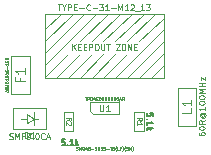
<source format=gbr>
G04 #@! TF.GenerationSoftware,KiCad,Pcbnew,(5.99.0-840-g2507f985a)*
G04 #@! TF.CreationDate,2020-03-22T20:28:13-03:00*
G04 #@! TF.ProjectId,Unified-Daughterboard,556e6966-6965-4642-9d44-617567687465,rev?*
G04 #@! TF.SameCoordinates,Original*
G04 #@! TF.FileFunction,AssemblyDrawing,Top*
%FSLAX46Y46*%
G04 Gerber Fmt 4.6, Leading zero omitted, Abs format (unit mm)*
G04 Created by KiCad (PCBNEW (5.99.0-840-g2507f985a)) date 2020-03-22 20:28:13*
%MOMM*%
%LPD*%
G01*
G04 APERTURE LIST*
%ADD10C,0.100000*%
%ADD11C,0.050000*%
%ADD12C,0.120000*%
%ADD13C,0.063500*%
%ADD14C,0.050800*%
%ADD15C,0.127000*%
%ADD16C,0.075000*%
%ADD17C,0.125000*%
G04 APERTURE END LIST*
D10*
X73752500Y-65526400D02*
X76252500Y-65526400D01*
X73752500Y-65526400D02*
X73752500Y-66276400D01*
X74002500Y-66526400D02*
X76252500Y-66526400D01*
X76252500Y-66526400D02*
X76252500Y-65526400D01*
X73752500Y-66276400D02*
X74002500Y-66526400D01*
X82787500Y-67474000D02*
X81187500Y-67474000D01*
X81187500Y-67474000D02*
X81187500Y-64274000D01*
X81187500Y-64274000D02*
X82787500Y-64274000D01*
X82787500Y-64274000D02*
X82787500Y-67474000D01*
X71554500Y-66329000D02*
X72354500Y-66329000D01*
X71554500Y-67929000D02*
X71554500Y-66329000D01*
X72354500Y-67929000D02*
X71554500Y-67929000D01*
X72354500Y-66329000D02*
X72354500Y-67929000D01*
X67090500Y-61607000D02*
X68690500Y-61607000D01*
X68690500Y-61607000D02*
X68690500Y-64807000D01*
X68690500Y-64807000D02*
X67090500Y-64807000D01*
X67090500Y-64807000D02*
X67090500Y-61607000D01*
X70052500Y-67790000D02*
X67252500Y-67790000D01*
X67252500Y-67790000D02*
X67252500Y-65990000D01*
X67252500Y-65990000D02*
X70052500Y-65990000D01*
X70052500Y-65990000D02*
X70052500Y-67790000D01*
X69402500Y-66890000D02*
X69002500Y-66890000D01*
X69002500Y-66890000D02*
X69002500Y-67440000D01*
X69002500Y-66890000D02*
X69002500Y-66340000D01*
X69002500Y-66890000D02*
X68402500Y-67290000D01*
X68402500Y-67290000D02*
X68402500Y-66490000D01*
X68402500Y-66490000D02*
X69002500Y-66890000D01*
X68402500Y-66890000D02*
X67902500Y-66890000D01*
D11*
X71302500Y-58043000D02*
X70002500Y-59343000D01*
X72302500Y-58043000D02*
X70002500Y-60343000D01*
X73302500Y-58043000D02*
X70002500Y-61343000D01*
X74302500Y-58043000D02*
X70002500Y-62343000D01*
X75302500Y-58043000D02*
X72902500Y-60343000D01*
X71902500Y-61443000D02*
X70002500Y-63343000D01*
X72902500Y-61443000D02*
X70902500Y-63443000D01*
X76302500Y-58043000D02*
X73902500Y-60343000D01*
X77302500Y-58043000D02*
X74902500Y-60343000D01*
X73902500Y-61443000D02*
X71902500Y-63443000D01*
X74902500Y-61443000D02*
X72902500Y-63443000D01*
X78302500Y-58043000D02*
X75902500Y-60343000D01*
X80002500Y-58343000D02*
X77902500Y-60343000D01*
X76902500Y-61443000D02*
X74902500Y-63443000D01*
X75902500Y-61443000D02*
X73902500Y-63443000D01*
X80002500Y-62343000D02*
X78902500Y-63443000D01*
X80002500Y-61343000D02*
X77902500Y-63443000D01*
X79302500Y-58043000D02*
X76902500Y-60343000D01*
X80002500Y-60343000D02*
X76902500Y-63443000D01*
X80002500Y-59343000D02*
X75902500Y-63443000D01*
D12*
X70002500Y-63443000D02*
X80002500Y-63443000D01*
X70002500Y-58043000D02*
X70002500Y-63443000D01*
X80002500Y-58043000D02*
X70002500Y-58043000D01*
X80002500Y-63443000D02*
X80002500Y-58043000D01*
D10*
X78323500Y-66329000D02*
X78323500Y-67929000D01*
X78323500Y-67929000D02*
X77523500Y-67929000D01*
X77523500Y-67929000D02*
X77523500Y-66329000D01*
X77523500Y-66329000D02*
X78323500Y-66329000D01*
D13*
X73327309Y-65084904D02*
X73472452Y-65084904D01*
X73399880Y-65338904D02*
X73399880Y-65084904D01*
X73557119Y-65338904D02*
X73557119Y-65084904D01*
X73653880Y-65084904D01*
X73678071Y-65097000D01*
X73690166Y-65109095D01*
X73702261Y-65133285D01*
X73702261Y-65169571D01*
X73690166Y-65193761D01*
X73678071Y-65205857D01*
X73653880Y-65217952D01*
X73557119Y-65217952D01*
X73811119Y-65338904D02*
X73811119Y-65084904D01*
X73871595Y-65084904D01*
X73907880Y-65097000D01*
X73932071Y-65121190D01*
X73944166Y-65145380D01*
X73956261Y-65193761D01*
X73956261Y-65230047D01*
X73944166Y-65278428D01*
X73932071Y-65302619D01*
X73907880Y-65326809D01*
X73871595Y-65338904D01*
X73811119Y-65338904D01*
X74173976Y-65169571D02*
X74173976Y-65338904D01*
X74113500Y-65072809D02*
X74053023Y-65254238D01*
X74210261Y-65254238D01*
X74307023Y-65205857D02*
X74391690Y-65205857D01*
X74427976Y-65338904D02*
X74307023Y-65338904D01*
X74307023Y-65084904D01*
X74427976Y-65084904D01*
X74585214Y-65084904D02*
X74609404Y-65084904D01*
X74633595Y-65097000D01*
X74645690Y-65109095D01*
X74657785Y-65133285D01*
X74669880Y-65181666D01*
X74669880Y-65242142D01*
X74657785Y-65290523D01*
X74645690Y-65314714D01*
X74633595Y-65326809D01*
X74609404Y-65338904D01*
X74585214Y-65338904D01*
X74561023Y-65326809D01*
X74548928Y-65314714D01*
X74536833Y-65290523D01*
X74524738Y-65242142D01*
X74524738Y-65181666D01*
X74536833Y-65133285D01*
X74548928Y-65109095D01*
X74561023Y-65097000D01*
X74585214Y-65084904D01*
X74899690Y-65084904D02*
X74778738Y-65084904D01*
X74766642Y-65205857D01*
X74778738Y-65193761D01*
X74802928Y-65181666D01*
X74863404Y-65181666D01*
X74887595Y-65193761D01*
X74899690Y-65205857D01*
X74911785Y-65230047D01*
X74911785Y-65290523D01*
X74899690Y-65314714D01*
X74887595Y-65326809D01*
X74863404Y-65338904D01*
X74802928Y-65338904D01*
X74778738Y-65326809D01*
X74766642Y-65314714D01*
X75020642Y-65084904D02*
X75020642Y-65290523D01*
X75032738Y-65314714D01*
X75044833Y-65326809D01*
X75069023Y-65338904D01*
X75117404Y-65338904D01*
X75141595Y-65326809D01*
X75153690Y-65314714D01*
X75165785Y-65290523D01*
X75165785Y-65084904D01*
X75335119Y-65084904D02*
X75359309Y-65084904D01*
X75383500Y-65097000D01*
X75395595Y-65109095D01*
X75407690Y-65133285D01*
X75419785Y-65181666D01*
X75419785Y-65242142D01*
X75407690Y-65290523D01*
X75395595Y-65314714D01*
X75383500Y-65326809D01*
X75359309Y-65338904D01*
X75335119Y-65338904D01*
X75310928Y-65326809D01*
X75298833Y-65314714D01*
X75286738Y-65290523D01*
X75274642Y-65242142D01*
X75274642Y-65181666D01*
X75286738Y-65133285D01*
X75298833Y-65109095D01*
X75310928Y-65097000D01*
X75335119Y-65084904D01*
X75637500Y-65084904D02*
X75589119Y-65084904D01*
X75564928Y-65097000D01*
X75552833Y-65109095D01*
X75528642Y-65145380D01*
X75516547Y-65193761D01*
X75516547Y-65290523D01*
X75528642Y-65314714D01*
X75540738Y-65326809D01*
X75564928Y-65338904D01*
X75613309Y-65338904D01*
X75637500Y-65326809D01*
X75649595Y-65314714D01*
X75661690Y-65290523D01*
X75661690Y-65230047D01*
X75649595Y-65205857D01*
X75637500Y-65193761D01*
X75613309Y-65181666D01*
X75564928Y-65181666D01*
X75540738Y-65193761D01*
X75528642Y-65205857D01*
X75516547Y-65230047D01*
X75770547Y-65338904D02*
X75770547Y-65084904D01*
X75831023Y-65084904D01*
X75867309Y-65097000D01*
X75891500Y-65121190D01*
X75903595Y-65145380D01*
X75915690Y-65193761D01*
X75915690Y-65230047D01*
X75903595Y-65278428D01*
X75891500Y-65302619D01*
X75867309Y-65326809D01*
X75831023Y-65338904D01*
X75770547Y-65338904D01*
X76193880Y-65363095D02*
X76169690Y-65351000D01*
X76145500Y-65326809D01*
X76109214Y-65290523D01*
X76085023Y-65278428D01*
X76060833Y-65278428D01*
X76072928Y-65338904D02*
X76048738Y-65326809D01*
X76024547Y-65302619D01*
X76012452Y-65254238D01*
X76012452Y-65169571D01*
X76024547Y-65121190D01*
X76048738Y-65097000D01*
X76072928Y-65084904D01*
X76121309Y-65084904D01*
X76145500Y-65097000D01*
X76169690Y-65121190D01*
X76181785Y-65169571D01*
X76181785Y-65254238D01*
X76169690Y-65302619D01*
X76145500Y-65326809D01*
X76121309Y-65338904D01*
X76072928Y-65338904D01*
X76278547Y-65266333D02*
X76399500Y-65266333D01*
X76254357Y-65338904D02*
X76339023Y-65084904D01*
X76423690Y-65338904D01*
X76653500Y-65338904D02*
X76568833Y-65217952D01*
X76508357Y-65338904D02*
X76508357Y-65084904D01*
X76605119Y-65084904D01*
X76629309Y-65097000D01*
X76641404Y-65109095D01*
X76653500Y-65133285D01*
X76653500Y-65169571D01*
X76641404Y-65193761D01*
X76629309Y-65205857D01*
X76605119Y-65217952D01*
X76508357Y-65217952D01*
D10*
X74583452Y-65725209D02*
X74583452Y-66170447D01*
X74609642Y-66222828D01*
X74635833Y-66249019D01*
X74688214Y-66275209D01*
X74792976Y-66275209D01*
X74845357Y-66249019D01*
X74871547Y-66222828D01*
X74897738Y-66170447D01*
X74897738Y-65725209D01*
X75447738Y-66275209D02*
X75133452Y-66275209D01*
X75290595Y-66275209D02*
X75290595Y-65725209D01*
X75238214Y-65803780D01*
X75185833Y-65856161D01*
X75133452Y-65882352D01*
D14*
X82979309Y-68072428D02*
X82979309Y-68169190D01*
X83003500Y-68217571D01*
X83027690Y-68241761D01*
X83100261Y-68290142D01*
X83197023Y-68314333D01*
X83390547Y-68314333D01*
X83438928Y-68290142D01*
X83463119Y-68265952D01*
X83487309Y-68217571D01*
X83487309Y-68120809D01*
X83463119Y-68072428D01*
X83438928Y-68048238D01*
X83390547Y-68024047D01*
X83269595Y-68024047D01*
X83221214Y-68048238D01*
X83197023Y-68072428D01*
X83172833Y-68120809D01*
X83172833Y-68217571D01*
X83197023Y-68265952D01*
X83221214Y-68290142D01*
X83269595Y-68314333D01*
X82979309Y-67709571D02*
X82979309Y-67661190D01*
X83003500Y-67612809D01*
X83027690Y-67588619D01*
X83076071Y-67564428D01*
X83172833Y-67540238D01*
X83293785Y-67540238D01*
X83390547Y-67564428D01*
X83438928Y-67588619D01*
X83463119Y-67612809D01*
X83487309Y-67661190D01*
X83487309Y-67709571D01*
X83463119Y-67757952D01*
X83438928Y-67782142D01*
X83390547Y-67806333D01*
X83293785Y-67830523D01*
X83172833Y-67830523D01*
X83076071Y-67806333D01*
X83027690Y-67782142D01*
X83003500Y-67757952D01*
X82979309Y-67709571D01*
X83487309Y-67032238D02*
X83245404Y-67201571D01*
X83487309Y-67322523D02*
X82979309Y-67322523D01*
X82979309Y-67129000D01*
X83003500Y-67080619D01*
X83027690Y-67056428D01*
X83076071Y-67032238D01*
X83148642Y-67032238D01*
X83197023Y-67056428D01*
X83221214Y-67080619D01*
X83245404Y-67129000D01*
X83245404Y-67322523D01*
X83245404Y-66500047D02*
X83221214Y-66524238D01*
X83197023Y-66572619D01*
X83197023Y-66621000D01*
X83221214Y-66669380D01*
X83245404Y-66693571D01*
X83293785Y-66717761D01*
X83342166Y-66717761D01*
X83390547Y-66693571D01*
X83414738Y-66669380D01*
X83438928Y-66621000D01*
X83438928Y-66572619D01*
X83414738Y-66524238D01*
X83390547Y-66500047D01*
X83197023Y-66500047D02*
X83390547Y-66500047D01*
X83414738Y-66475857D01*
X83414738Y-66451666D01*
X83390547Y-66403285D01*
X83342166Y-66379095D01*
X83221214Y-66379095D01*
X83148642Y-66427476D01*
X83100261Y-66500047D01*
X83076071Y-66596809D01*
X83100261Y-66693571D01*
X83148642Y-66766142D01*
X83221214Y-66814523D01*
X83317976Y-66838714D01*
X83414738Y-66814523D01*
X83487309Y-66766142D01*
X83535690Y-66693571D01*
X83559880Y-66596809D01*
X83535690Y-66500047D01*
X83487309Y-66427476D01*
X83487309Y-65895285D02*
X83487309Y-66185571D01*
X83487309Y-66040428D02*
X82979309Y-66040428D01*
X83051880Y-66088809D01*
X83100261Y-66137190D01*
X83124452Y-66185571D01*
X82979309Y-65580809D02*
X82979309Y-65532428D01*
X83003500Y-65484047D01*
X83027690Y-65459857D01*
X83076071Y-65435666D01*
X83172833Y-65411476D01*
X83293785Y-65411476D01*
X83390547Y-65435666D01*
X83438928Y-65459857D01*
X83463119Y-65484047D01*
X83487309Y-65532428D01*
X83487309Y-65580809D01*
X83463119Y-65629190D01*
X83438928Y-65653380D01*
X83390547Y-65677571D01*
X83293785Y-65701761D01*
X83172833Y-65701761D01*
X83076071Y-65677571D01*
X83027690Y-65653380D01*
X83003500Y-65629190D01*
X82979309Y-65580809D01*
X82979309Y-65097000D02*
X82979309Y-65048619D01*
X83003500Y-65000238D01*
X83027690Y-64976047D01*
X83076071Y-64951857D01*
X83172833Y-64927666D01*
X83293785Y-64927666D01*
X83390547Y-64951857D01*
X83438928Y-64976047D01*
X83463119Y-65000238D01*
X83487309Y-65048619D01*
X83487309Y-65097000D01*
X83463119Y-65145380D01*
X83438928Y-65169571D01*
X83390547Y-65193761D01*
X83293785Y-65217952D01*
X83172833Y-65217952D01*
X83076071Y-65193761D01*
X83027690Y-65169571D01*
X83003500Y-65145380D01*
X82979309Y-65097000D01*
X83487309Y-64709952D02*
X82979309Y-64709952D01*
X83342166Y-64540619D01*
X82979309Y-64371285D01*
X83487309Y-64371285D01*
X83487309Y-64129380D02*
X82979309Y-64129380D01*
X83221214Y-64129380D02*
X83221214Y-63839095D01*
X83487309Y-63839095D02*
X82979309Y-63839095D01*
X83148642Y-63645571D02*
X83148642Y-63379476D01*
X83487309Y-63645571D01*
X83487309Y-63379476D01*
D12*
X82349404Y-66007333D02*
X82349404Y-66388285D01*
X81549404Y-66388285D01*
X82349404Y-65321619D02*
X82349404Y-65778761D01*
X82349404Y-65550190D02*
X81549404Y-65550190D01*
X81663690Y-65626380D01*
X81739880Y-65702571D01*
X81777976Y-65778761D01*
D15*
X71633976Y-68628809D02*
X71392071Y-68628809D01*
X71367880Y-68870714D01*
X71392071Y-68846523D01*
X71440452Y-68822333D01*
X71561404Y-68822333D01*
X71609785Y-68846523D01*
X71633976Y-68870714D01*
X71658166Y-68919095D01*
X71658166Y-69040047D01*
X71633976Y-69088428D01*
X71609785Y-69112619D01*
X71561404Y-69136809D01*
X71440452Y-69136809D01*
X71392071Y-69112619D01*
X71367880Y-69088428D01*
X71875880Y-69088428D02*
X71900071Y-69112619D01*
X71875880Y-69136809D01*
X71851690Y-69112619D01*
X71875880Y-69088428D01*
X71875880Y-69136809D01*
X72383880Y-69136809D02*
X72093595Y-69136809D01*
X72238738Y-69136809D02*
X72238738Y-68628809D01*
X72190357Y-68701380D01*
X72141976Y-68749761D01*
X72093595Y-68773952D01*
X72601595Y-69136809D02*
X72601595Y-68628809D01*
X72649976Y-68943285D02*
X72795119Y-69136809D01*
X72795119Y-68798142D02*
X72601595Y-68991666D01*
D16*
X71773547Y-67062333D02*
X71964023Y-66929000D01*
X71773547Y-66833761D02*
X72173547Y-66833761D01*
X72173547Y-66986142D01*
X72154500Y-67024238D01*
X72135452Y-67043285D01*
X72097357Y-67062333D01*
X72040214Y-67062333D01*
X72002119Y-67043285D01*
X71983071Y-67024238D01*
X71964023Y-66986142D01*
X71964023Y-66833761D01*
X72135452Y-67214714D02*
X72154500Y-67233761D01*
X72173547Y-67271857D01*
X72173547Y-67367095D01*
X72154500Y-67405190D01*
X72135452Y-67424238D01*
X72097357Y-67443285D01*
X72059261Y-67443285D01*
X72002119Y-67424238D01*
X71773547Y-67195666D01*
X71773547Y-67443285D01*
D13*
X66789833Y-64649476D02*
X66789833Y-64528523D01*
X66862404Y-64673666D02*
X66608404Y-64589000D01*
X66862404Y-64504333D01*
X66850309Y-64431761D02*
X66862404Y-64395476D01*
X66862404Y-64335000D01*
X66850309Y-64310809D01*
X66838214Y-64298714D01*
X66814023Y-64286619D01*
X66789833Y-64286619D01*
X66765642Y-64298714D01*
X66753547Y-64310809D01*
X66741452Y-64335000D01*
X66729357Y-64383380D01*
X66717261Y-64407571D01*
X66705166Y-64419666D01*
X66680976Y-64431761D01*
X66656785Y-64431761D01*
X66632595Y-64419666D01*
X66620500Y-64407571D01*
X66608404Y-64383380D01*
X66608404Y-64322904D01*
X66620500Y-64286619D01*
X66862404Y-64177761D02*
X66608404Y-64177761D01*
X66789833Y-64093095D01*
X66608404Y-64008428D01*
X66862404Y-64008428D01*
X66862404Y-63887476D02*
X66608404Y-63887476D01*
X66608404Y-63827000D01*
X66620500Y-63790714D01*
X66644690Y-63766523D01*
X66668880Y-63754428D01*
X66717261Y-63742333D01*
X66753547Y-63742333D01*
X66801928Y-63754428D01*
X66826119Y-63766523D01*
X66850309Y-63790714D01*
X66862404Y-63827000D01*
X66862404Y-63887476D01*
X66862404Y-63500428D02*
X66862404Y-63645571D01*
X66862404Y-63573000D02*
X66608404Y-63573000D01*
X66644690Y-63597190D01*
X66668880Y-63621380D01*
X66680976Y-63645571D01*
X66632595Y-63403666D02*
X66620500Y-63391571D01*
X66608404Y-63367380D01*
X66608404Y-63306904D01*
X66620500Y-63282714D01*
X66632595Y-63270619D01*
X66656785Y-63258523D01*
X66680976Y-63258523D01*
X66717261Y-63270619D01*
X66862404Y-63415761D01*
X66862404Y-63258523D01*
X66608404Y-63101285D02*
X66608404Y-63077095D01*
X66620500Y-63052904D01*
X66632595Y-63040809D01*
X66656785Y-63028714D01*
X66705166Y-63016619D01*
X66765642Y-63016619D01*
X66814023Y-63028714D01*
X66838214Y-63040809D01*
X66850309Y-63052904D01*
X66862404Y-63077095D01*
X66862404Y-63101285D01*
X66850309Y-63125476D01*
X66838214Y-63137571D01*
X66814023Y-63149666D01*
X66765642Y-63161761D01*
X66705166Y-63161761D01*
X66656785Y-63149666D01*
X66632595Y-63137571D01*
X66620500Y-63125476D01*
X66608404Y-63101285D01*
X66608404Y-62798904D02*
X66608404Y-62847285D01*
X66620500Y-62871476D01*
X66632595Y-62883571D01*
X66668880Y-62907761D01*
X66717261Y-62919857D01*
X66814023Y-62919857D01*
X66838214Y-62907761D01*
X66850309Y-62895666D01*
X66862404Y-62871476D01*
X66862404Y-62823095D01*
X66850309Y-62798904D01*
X66838214Y-62786809D01*
X66814023Y-62774714D01*
X66753547Y-62774714D01*
X66729357Y-62786809D01*
X66717261Y-62798904D01*
X66705166Y-62823095D01*
X66705166Y-62871476D01*
X66717261Y-62895666D01*
X66729357Y-62907761D01*
X66753547Y-62919857D01*
X66765642Y-62665857D02*
X66765642Y-62472333D01*
X66862404Y-62218333D02*
X66862404Y-62363476D01*
X66862404Y-62290904D02*
X66608404Y-62290904D01*
X66644690Y-62315095D01*
X66668880Y-62339285D01*
X66680976Y-62363476D01*
X66608404Y-61988523D02*
X66608404Y-62109476D01*
X66729357Y-62121571D01*
X66717261Y-62109476D01*
X66705166Y-62085285D01*
X66705166Y-62024809D01*
X66717261Y-62000619D01*
X66729357Y-61988523D01*
X66753547Y-61976428D01*
X66814023Y-61976428D01*
X66838214Y-61988523D01*
X66850309Y-62000619D01*
X66862404Y-62024809D01*
X66862404Y-62085285D01*
X66850309Y-62109476D01*
X66838214Y-62121571D01*
X66608404Y-61819190D02*
X66608404Y-61795000D01*
X66620500Y-61770809D01*
X66632595Y-61758714D01*
X66656785Y-61746619D01*
X66705166Y-61734523D01*
X66765642Y-61734523D01*
X66814023Y-61746619D01*
X66838214Y-61758714D01*
X66850309Y-61770809D01*
X66862404Y-61795000D01*
X66862404Y-61819190D01*
X66850309Y-61843380D01*
X66838214Y-61855476D01*
X66814023Y-61867571D01*
X66765642Y-61879666D01*
X66705166Y-61879666D01*
X66656785Y-61867571D01*
X66632595Y-61855476D01*
X66620500Y-61843380D01*
X66608404Y-61819190D01*
D12*
X67833357Y-63473666D02*
X67833357Y-63740333D01*
X68252404Y-63740333D02*
X67452404Y-63740333D01*
X67452404Y-63359380D01*
X68252404Y-62635571D02*
X68252404Y-63092714D01*
X68252404Y-62864142D02*
X67452404Y-62864142D01*
X67566690Y-62940333D01*
X67642880Y-63016523D01*
X67680976Y-63092714D01*
D17*
X66950119Y-68601380D02*
X67021547Y-68625190D01*
X67140595Y-68625190D01*
X67188214Y-68601380D01*
X67212023Y-68577571D01*
X67235833Y-68529952D01*
X67235833Y-68482333D01*
X67212023Y-68434714D01*
X67188214Y-68410904D01*
X67140595Y-68387095D01*
X67045357Y-68363285D01*
X66997738Y-68339476D01*
X66973928Y-68315666D01*
X66950119Y-68268047D01*
X66950119Y-68220428D01*
X66973928Y-68172809D01*
X66997738Y-68149000D01*
X67045357Y-68125190D01*
X67164404Y-68125190D01*
X67235833Y-68149000D01*
X67450119Y-68625190D02*
X67450119Y-68125190D01*
X67616785Y-68482333D01*
X67783452Y-68125190D01*
X67783452Y-68625190D01*
X68188214Y-68363285D02*
X68021547Y-68363285D01*
X68021547Y-68625190D02*
X68021547Y-68125190D01*
X68259642Y-68125190D01*
X68473928Y-68625190D02*
X68569166Y-68625190D01*
X68616785Y-68601380D01*
X68640595Y-68577571D01*
X68688214Y-68506142D01*
X68712023Y-68410904D01*
X68712023Y-68220428D01*
X68688214Y-68172809D01*
X68664404Y-68149000D01*
X68616785Y-68125190D01*
X68521547Y-68125190D01*
X68473928Y-68149000D01*
X68450119Y-68172809D01*
X68426309Y-68220428D01*
X68426309Y-68339476D01*
X68450119Y-68387095D01*
X68473928Y-68410904D01*
X68521547Y-68434714D01*
X68616785Y-68434714D01*
X68664404Y-68410904D01*
X68688214Y-68387095D01*
X68712023Y-68339476D01*
X68926309Y-68577571D02*
X68950119Y-68601380D01*
X68926309Y-68625190D01*
X68902500Y-68601380D01*
X68926309Y-68577571D01*
X68926309Y-68625190D01*
X69259642Y-68125190D02*
X69307261Y-68125190D01*
X69354880Y-68149000D01*
X69378690Y-68172809D01*
X69402500Y-68220428D01*
X69426309Y-68315666D01*
X69426309Y-68434714D01*
X69402500Y-68529952D01*
X69378690Y-68577571D01*
X69354880Y-68601380D01*
X69307261Y-68625190D01*
X69259642Y-68625190D01*
X69212023Y-68601380D01*
X69188214Y-68577571D01*
X69164404Y-68529952D01*
X69140595Y-68434714D01*
X69140595Y-68315666D01*
X69164404Y-68220428D01*
X69188214Y-68172809D01*
X69212023Y-68149000D01*
X69259642Y-68125190D01*
X69926309Y-68577571D02*
X69902500Y-68601380D01*
X69831071Y-68625190D01*
X69783452Y-68625190D01*
X69712023Y-68601380D01*
X69664404Y-68553761D01*
X69640595Y-68506142D01*
X69616785Y-68410904D01*
X69616785Y-68339476D01*
X69640595Y-68244238D01*
X69664404Y-68196619D01*
X69712023Y-68149000D01*
X69783452Y-68125190D01*
X69831071Y-68125190D01*
X69902500Y-68149000D01*
X69926309Y-68172809D01*
X70116785Y-68482333D02*
X70354880Y-68482333D01*
X70069166Y-68625190D02*
X70235833Y-68125190D01*
X70402500Y-68625190D01*
X68283452Y-68513190D02*
X68283452Y-68013190D01*
X68402500Y-68013190D01*
X68473928Y-68037000D01*
X68521547Y-68084619D01*
X68545357Y-68132238D01*
X68569166Y-68227476D01*
X68569166Y-68298904D01*
X68545357Y-68394142D01*
X68521547Y-68441761D01*
X68473928Y-68489380D01*
X68402500Y-68513190D01*
X68283452Y-68513190D01*
X69045357Y-68513190D02*
X68759642Y-68513190D01*
X68902500Y-68513190D02*
X68902500Y-68013190D01*
X68854880Y-68084619D01*
X68807261Y-68132238D01*
X68759642Y-68156047D01*
X71035833Y-57219190D02*
X71321547Y-57219190D01*
X71178690Y-57719190D02*
X71178690Y-57219190D01*
X71583452Y-57481095D02*
X71583452Y-57719190D01*
X71416785Y-57219190D02*
X71583452Y-57481095D01*
X71750119Y-57219190D01*
X71916785Y-57719190D02*
X71916785Y-57219190D01*
X72107261Y-57219190D01*
X72154880Y-57243000D01*
X72178690Y-57266809D01*
X72202500Y-57314428D01*
X72202500Y-57385857D01*
X72178690Y-57433476D01*
X72154880Y-57457285D01*
X72107261Y-57481095D01*
X71916785Y-57481095D01*
X72416785Y-57457285D02*
X72583452Y-57457285D01*
X72654880Y-57719190D02*
X72416785Y-57719190D01*
X72416785Y-57219190D01*
X72654880Y-57219190D01*
X72869166Y-57528714D02*
X73250119Y-57528714D01*
X73773928Y-57671571D02*
X73750119Y-57695380D01*
X73678690Y-57719190D01*
X73631071Y-57719190D01*
X73559642Y-57695380D01*
X73512023Y-57647761D01*
X73488214Y-57600142D01*
X73464404Y-57504904D01*
X73464404Y-57433476D01*
X73488214Y-57338238D01*
X73512023Y-57290619D01*
X73559642Y-57243000D01*
X73631071Y-57219190D01*
X73678690Y-57219190D01*
X73750119Y-57243000D01*
X73773928Y-57266809D01*
X73988214Y-57528714D02*
X74369166Y-57528714D01*
X74559642Y-57219190D02*
X74869166Y-57219190D01*
X74702500Y-57409666D01*
X74773928Y-57409666D01*
X74821547Y-57433476D01*
X74845357Y-57457285D01*
X74869166Y-57504904D01*
X74869166Y-57623952D01*
X74845357Y-57671571D01*
X74821547Y-57695380D01*
X74773928Y-57719190D01*
X74631071Y-57719190D01*
X74583452Y-57695380D01*
X74559642Y-57671571D01*
X75345357Y-57719190D02*
X75059642Y-57719190D01*
X75202500Y-57719190D02*
X75202500Y-57219190D01*
X75154880Y-57290619D01*
X75107261Y-57338238D01*
X75059642Y-57362047D01*
X75559642Y-57528714D02*
X75940595Y-57528714D01*
X76178690Y-57719190D02*
X76178690Y-57219190D01*
X76345357Y-57576333D01*
X76512023Y-57219190D01*
X76512023Y-57719190D01*
X77012023Y-57719190D02*
X76726309Y-57719190D01*
X76869166Y-57719190D02*
X76869166Y-57219190D01*
X76821547Y-57290619D01*
X76773928Y-57338238D01*
X76726309Y-57362047D01*
X77202500Y-57266809D02*
X77226309Y-57243000D01*
X77273928Y-57219190D01*
X77392976Y-57219190D01*
X77440595Y-57243000D01*
X77464404Y-57266809D01*
X77488214Y-57314428D01*
X77488214Y-57362047D01*
X77464404Y-57433476D01*
X77178690Y-57719190D01*
X77488214Y-57719190D01*
X77583452Y-57766809D02*
X77964404Y-57766809D01*
X78345357Y-57719190D02*
X78059642Y-57719190D01*
X78202500Y-57719190D02*
X78202500Y-57219190D01*
X78154880Y-57290619D01*
X78107261Y-57338238D01*
X78059642Y-57362047D01*
X78512023Y-57219190D02*
X78821547Y-57219190D01*
X78654880Y-57409666D01*
X78726309Y-57409666D01*
X78773928Y-57433476D01*
X78797738Y-57457285D01*
X78821547Y-57504904D01*
X78821547Y-57623952D01*
X78797738Y-57671571D01*
X78773928Y-57695380D01*
X78726309Y-57719190D01*
X78583452Y-57719190D01*
X78535833Y-57695380D01*
X78512023Y-57671571D01*
X72276309Y-61069190D02*
X72276309Y-60569190D01*
X72562023Y-61069190D02*
X72347738Y-60783476D01*
X72562023Y-60569190D02*
X72276309Y-60854904D01*
X72776309Y-60807285D02*
X72942976Y-60807285D01*
X73014404Y-61069190D02*
X72776309Y-61069190D01*
X72776309Y-60569190D01*
X73014404Y-60569190D01*
X73228690Y-60807285D02*
X73395357Y-60807285D01*
X73466785Y-61069190D02*
X73228690Y-61069190D01*
X73228690Y-60569190D01*
X73466785Y-60569190D01*
X73681071Y-61069190D02*
X73681071Y-60569190D01*
X73871547Y-60569190D01*
X73919166Y-60593000D01*
X73942976Y-60616809D01*
X73966785Y-60664428D01*
X73966785Y-60735857D01*
X73942976Y-60783476D01*
X73919166Y-60807285D01*
X73871547Y-60831095D01*
X73681071Y-60831095D01*
X74276309Y-60569190D02*
X74371547Y-60569190D01*
X74419166Y-60593000D01*
X74466785Y-60640619D01*
X74490595Y-60735857D01*
X74490595Y-60902523D01*
X74466785Y-60997761D01*
X74419166Y-61045380D01*
X74371547Y-61069190D01*
X74276309Y-61069190D01*
X74228690Y-61045380D01*
X74181071Y-60997761D01*
X74157261Y-60902523D01*
X74157261Y-60735857D01*
X74181071Y-60640619D01*
X74228690Y-60593000D01*
X74276309Y-60569190D01*
X74704880Y-60569190D02*
X74704880Y-60973952D01*
X74728690Y-61021571D01*
X74752500Y-61045380D01*
X74800119Y-61069190D01*
X74895357Y-61069190D01*
X74942976Y-61045380D01*
X74966785Y-61021571D01*
X74990595Y-60973952D01*
X74990595Y-60569190D01*
X75157261Y-60569190D02*
X75442976Y-60569190D01*
X75300119Y-61069190D02*
X75300119Y-60569190D01*
X75942976Y-60569190D02*
X76276309Y-60569190D01*
X75942976Y-61069190D01*
X76276309Y-61069190D01*
X76562023Y-60569190D02*
X76657261Y-60569190D01*
X76704880Y-60593000D01*
X76752500Y-60640619D01*
X76776309Y-60735857D01*
X76776309Y-60902523D01*
X76752500Y-60997761D01*
X76704880Y-61045380D01*
X76657261Y-61069190D01*
X76562023Y-61069190D01*
X76514404Y-61045380D01*
X76466785Y-60997761D01*
X76442976Y-60902523D01*
X76442976Y-60735857D01*
X76466785Y-60640619D01*
X76514404Y-60593000D01*
X76562023Y-60569190D01*
X76990595Y-61069190D02*
X76990595Y-60569190D01*
X77276309Y-61069190D01*
X77276309Y-60569190D01*
X77514404Y-60807285D02*
X77681071Y-60807285D01*
X77752500Y-61069190D02*
X77514404Y-61069190D01*
X77514404Y-60569190D01*
X77752500Y-60569190D01*
D13*
X72583452Y-69517809D02*
X72619738Y-69529904D01*
X72680214Y-69529904D01*
X72704404Y-69517809D01*
X72716500Y-69505714D01*
X72728595Y-69481523D01*
X72728595Y-69457333D01*
X72716500Y-69433142D01*
X72704404Y-69421047D01*
X72680214Y-69408952D01*
X72631833Y-69396857D01*
X72607642Y-69384761D01*
X72595547Y-69372666D01*
X72583452Y-69348476D01*
X72583452Y-69324285D01*
X72595547Y-69300095D01*
X72607642Y-69288000D01*
X72631833Y-69275904D01*
X72692309Y-69275904D01*
X72728595Y-69288000D01*
X72837452Y-69529904D02*
X72837452Y-69275904D01*
X72922119Y-69457333D01*
X73006785Y-69275904D01*
X73006785Y-69529904D01*
X73176119Y-69275904D02*
X73200309Y-69275904D01*
X73224500Y-69288000D01*
X73236595Y-69300095D01*
X73248690Y-69324285D01*
X73260785Y-69372666D01*
X73260785Y-69433142D01*
X73248690Y-69481523D01*
X73236595Y-69505714D01*
X73224500Y-69517809D01*
X73200309Y-69529904D01*
X73176119Y-69529904D01*
X73151928Y-69517809D01*
X73139833Y-69505714D01*
X73127738Y-69481523D01*
X73115642Y-69433142D01*
X73115642Y-69372666D01*
X73127738Y-69324285D01*
X73139833Y-69300095D01*
X73151928Y-69288000D01*
X73176119Y-69275904D01*
X73478500Y-69360571D02*
X73478500Y-69529904D01*
X73418023Y-69263809D02*
X73357547Y-69445238D01*
X73514785Y-69445238D01*
X73696214Y-69396857D02*
X73732500Y-69408952D01*
X73744595Y-69421047D01*
X73756690Y-69445238D01*
X73756690Y-69481523D01*
X73744595Y-69505714D01*
X73732500Y-69517809D01*
X73708309Y-69529904D01*
X73611547Y-69529904D01*
X73611547Y-69275904D01*
X73696214Y-69275904D01*
X73720404Y-69288000D01*
X73732500Y-69300095D01*
X73744595Y-69324285D01*
X73744595Y-69348476D01*
X73732500Y-69372666D01*
X73720404Y-69384761D01*
X73696214Y-69396857D01*
X73611547Y-69396857D01*
X73865547Y-69433142D02*
X74059071Y-69433142D01*
X74167928Y-69517809D02*
X74204214Y-69529904D01*
X74264690Y-69529904D01*
X74288880Y-69517809D01*
X74300976Y-69505714D01*
X74313071Y-69481523D01*
X74313071Y-69457333D01*
X74300976Y-69433142D01*
X74288880Y-69421047D01*
X74264690Y-69408952D01*
X74216309Y-69396857D01*
X74192119Y-69384761D01*
X74180023Y-69372666D01*
X74167928Y-69348476D01*
X74167928Y-69324285D01*
X74180023Y-69300095D01*
X74192119Y-69288000D01*
X74216309Y-69275904D01*
X74276785Y-69275904D01*
X74313071Y-69288000D01*
X74567071Y-69529904D02*
X74482404Y-69408952D01*
X74421928Y-69529904D02*
X74421928Y-69275904D01*
X74518690Y-69275904D01*
X74542880Y-69288000D01*
X74554976Y-69300095D01*
X74567071Y-69324285D01*
X74567071Y-69360571D01*
X74554976Y-69384761D01*
X74542880Y-69396857D01*
X74518690Y-69408952D01*
X74421928Y-69408952D01*
X74663833Y-69517809D02*
X74700119Y-69529904D01*
X74760595Y-69529904D01*
X74784785Y-69517809D01*
X74796880Y-69505714D01*
X74808976Y-69481523D01*
X74808976Y-69457333D01*
X74796880Y-69433142D01*
X74784785Y-69421047D01*
X74760595Y-69408952D01*
X74712214Y-69396857D01*
X74688023Y-69384761D01*
X74675928Y-69372666D01*
X74663833Y-69348476D01*
X74663833Y-69324285D01*
X74675928Y-69300095D01*
X74688023Y-69288000D01*
X74712214Y-69275904D01*
X74772690Y-69275904D01*
X74808976Y-69288000D01*
X74905738Y-69517809D02*
X74942023Y-69529904D01*
X75002500Y-69529904D01*
X75026690Y-69517809D01*
X75038785Y-69505714D01*
X75050880Y-69481523D01*
X75050880Y-69457333D01*
X75038785Y-69433142D01*
X75026690Y-69421047D01*
X75002500Y-69408952D01*
X74954119Y-69396857D01*
X74929928Y-69384761D01*
X74917833Y-69372666D01*
X74905738Y-69348476D01*
X74905738Y-69324285D01*
X74917833Y-69300095D01*
X74929928Y-69288000D01*
X74954119Y-69275904D01*
X75014595Y-69275904D01*
X75050880Y-69288000D01*
X75159738Y-69433142D02*
X75353261Y-69433142D01*
X75437928Y-69275904D02*
X75583071Y-69275904D01*
X75510500Y-69529904D02*
X75510500Y-69275904D01*
X75752404Y-69396857D02*
X75788690Y-69408952D01*
X75800785Y-69421047D01*
X75812880Y-69445238D01*
X75812880Y-69481523D01*
X75800785Y-69505714D01*
X75788690Y-69517809D01*
X75764500Y-69529904D01*
X75667738Y-69529904D01*
X75667738Y-69275904D01*
X75752404Y-69275904D01*
X75776595Y-69288000D01*
X75788690Y-69300095D01*
X75800785Y-69324285D01*
X75800785Y-69348476D01*
X75788690Y-69372666D01*
X75776595Y-69384761D01*
X75752404Y-69396857D01*
X75667738Y-69396857D01*
X75994309Y-69626666D02*
X75982214Y-69614571D01*
X75958023Y-69578285D01*
X75945928Y-69554095D01*
X75933833Y-69517809D01*
X75921738Y-69457333D01*
X75921738Y-69408952D01*
X75933833Y-69348476D01*
X75945928Y-69312190D01*
X75958023Y-69288000D01*
X75982214Y-69251714D01*
X75994309Y-69239619D01*
X76212023Y-69529904D02*
X76091071Y-69529904D01*
X76091071Y-69275904D01*
X76381357Y-69396857D02*
X76296690Y-69396857D01*
X76296690Y-69529904D02*
X76296690Y-69275904D01*
X76417642Y-69275904D01*
X76490214Y-69626666D02*
X76502309Y-69614571D01*
X76526500Y-69578285D01*
X76538595Y-69554095D01*
X76550690Y-69517809D01*
X76562785Y-69457333D01*
X76562785Y-69408952D01*
X76550690Y-69348476D01*
X76538595Y-69312190D01*
X76526500Y-69288000D01*
X76502309Y-69251714D01*
X76490214Y-69239619D01*
X76756309Y-69626666D02*
X76744214Y-69614571D01*
X76720023Y-69578285D01*
X76707928Y-69554095D01*
X76695833Y-69517809D01*
X76683738Y-69457333D01*
X76683738Y-69408952D01*
X76695833Y-69348476D01*
X76707928Y-69312190D01*
X76720023Y-69288000D01*
X76744214Y-69251714D01*
X76756309Y-69239619D01*
X76840976Y-69517809D02*
X76877261Y-69529904D01*
X76937738Y-69529904D01*
X76961928Y-69517809D01*
X76974023Y-69505714D01*
X76986119Y-69481523D01*
X76986119Y-69457333D01*
X76974023Y-69433142D01*
X76961928Y-69421047D01*
X76937738Y-69408952D01*
X76889357Y-69396857D01*
X76865166Y-69384761D01*
X76853071Y-69372666D01*
X76840976Y-69348476D01*
X76840976Y-69324285D01*
X76853071Y-69300095D01*
X76865166Y-69288000D01*
X76889357Y-69275904D01*
X76949833Y-69275904D01*
X76986119Y-69288000D01*
X77094976Y-69529904D02*
X77094976Y-69275904D01*
X77240119Y-69529904D01*
X77240119Y-69275904D01*
X77336880Y-69626666D02*
X77348976Y-69614571D01*
X77373166Y-69578285D01*
X77385261Y-69554095D01*
X77397357Y-69517809D01*
X77409452Y-69457333D01*
X77409452Y-69408952D01*
X77397357Y-69348476D01*
X77385261Y-69312190D01*
X77373166Y-69288000D01*
X77348976Y-69251714D01*
X77336880Y-69239619D01*
D15*
X79090690Y-66681476D02*
X79090690Y-66439571D01*
X78848785Y-66415380D01*
X78872976Y-66439571D01*
X78897166Y-66487952D01*
X78897166Y-66608904D01*
X78872976Y-66657285D01*
X78848785Y-66681476D01*
X78800404Y-66705666D01*
X78679452Y-66705666D01*
X78631071Y-66681476D01*
X78606880Y-66657285D01*
X78582690Y-66608904D01*
X78582690Y-66487952D01*
X78606880Y-66439571D01*
X78631071Y-66415380D01*
X78631071Y-66923380D02*
X78606880Y-66947571D01*
X78582690Y-66923380D01*
X78606880Y-66899190D01*
X78631071Y-66923380D01*
X78582690Y-66923380D01*
X78582690Y-67431380D02*
X78582690Y-67141095D01*
X78582690Y-67286238D02*
X79090690Y-67286238D01*
X79018119Y-67237857D01*
X78969738Y-67189476D01*
X78945547Y-67141095D01*
X78582690Y-67649095D02*
X79090690Y-67649095D01*
X78776214Y-67697476D02*
X78582690Y-67842619D01*
X78921357Y-67842619D02*
X78727833Y-67649095D01*
D16*
X77742547Y-67062333D02*
X77933023Y-66929000D01*
X77742547Y-66833761D02*
X78142547Y-66833761D01*
X78142547Y-66986142D01*
X78123500Y-67024238D01*
X78104452Y-67043285D01*
X78066357Y-67062333D01*
X78009214Y-67062333D01*
X77971119Y-67043285D01*
X77952071Y-67024238D01*
X77933023Y-66986142D01*
X77933023Y-66833761D01*
X77742547Y-67443285D02*
X77742547Y-67214714D01*
X77742547Y-67329000D02*
X78142547Y-67329000D01*
X78085404Y-67290904D01*
X78047309Y-67252809D01*
X78028261Y-67214714D01*
M02*

</source>
